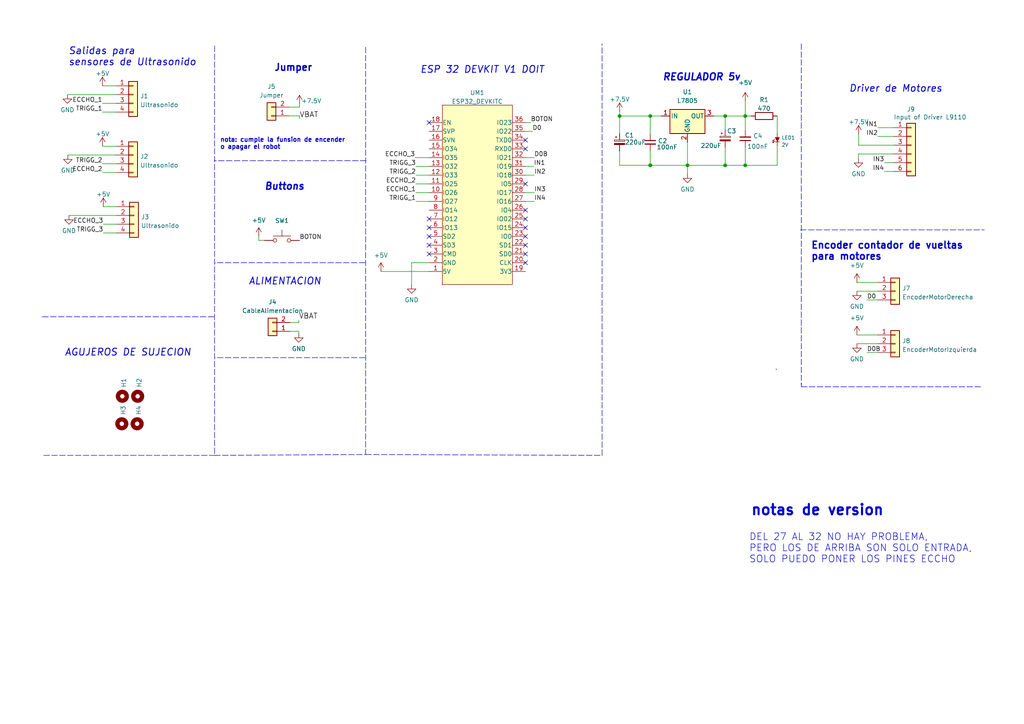
<source format=kicad_sch>
(kicad_sch (version 20211123) (generator eeschema)
  (paper "A4")
  (lib_symbols
    (symbol "Connector_Generic:Conn_01x02" (pin_names (offset 1.016) hide)
      (property "Reference" "J" (at 0 2.54 0))
      (property "Value" "Conn_01x02" (at 0 -5.08 0))
      (symbol "Conn_01x02_1_1"
        (rectangle (start -1.27 -2.413) (end 0 -2.667) (stroke (width 0.1524)))
        (rectangle (start -1.27 0.127) (end 0 -0.127) (stroke (width 0.1524)))
        (rectangle (start -1.27 1.27) (end 1.27 -3.81) (stroke (width 0.254)) (fill (type background)))
        (pin passive line (at -5.08 0 0) (length 3.81) (name "Pin_1") (number "1"))
        (pin passive line (at -5.08 -2.54 0) (length 3.81) (name "Pin_2") (number "2"))
      )
    )
    (symbol "Connector_Generic:Conn_01x03" (pin_names (offset 1.016) hide)
      (property "Reference" "J" (at 0 5.08 0))
      (property "Value" "Conn_01x03" (at 0 -5.08 0))
      (symbol "Conn_01x03_1_1"
        (rectangle (start -1.27 -2.413) (end 0 -2.667) (stroke (width 0.1524)))
        (rectangle (start -1.27 0.127) (end 0 -0.127) (stroke (width 0.1524)))
        (rectangle (start -1.27 2.667) (end 0 2.413) (stroke (width 0.1524)))
        (rectangle (start -1.27 3.81) (end 1.27 -3.81) (stroke (width 0.254)) (fill (type background)))
        (pin passive line (at -5.08 2.54 0) (length 3.81) (name "Pin_1") (number "1"))
        (pin passive line (at -5.08 0 0) (length 3.81) (name "Pin_2") (number "2"))
        (pin passive line (at -5.08 -2.54 0) (length 3.81) (name "Pin_3") (number "3"))
      )
    )
    (symbol "Connector_Generic:Conn_01x06" (pin_names (offset 1.016) hide)
      (property "Reference" "J" (at 0 7.62 0))
      (property "Value" "Conn_01x06" (at 0 -10.16 0))
      (symbol "Conn_01x06_1_1"
        (rectangle (start -1.27 -7.493) (end 0 -7.747) (stroke (width 0.1524)))
        (rectangle (start -1.27 -4.953) (end 0 -5.207) (stroke (width 0.1524)))
        (rectangle (start -1.27 -2.413) (end 0 -2.667) (stroke (width 0.1524)))
        (rectangle (start -1.27 0.127) (end 0 -0.127) (stroke (width 0.1524)))
        (rectangle (start -1.27 2.667) (end 0 2.413) (stroke (width 0.1524)))
        (rectangle (start -1.27 5.207) (end 0 4.953) (stroke (width 0.1524)))
        (rectangle (start -1.27 6.35) (end 1.27 -8.89) (stroke (width 0.254)) (fill (type background)))
        (pin passive line (at -5.08 5.08 0) (length 3.81) (name "Pin_1") (number "1"))
        (pin passive line (at -5.08 2.54 0) (length 3.81) (name "Pin_2") (number "2"))
        (pin passive line (at -5.08 0 0) (length 3.81) (name "Pin_3") (number "3"))
        (pin passive line (at -5.08 -2.54 0) (length 3.81) (name "Pin_4") (number "4"))
        (pin passive line (at -5.08 -5.08 0) (length 3.81) (name "Pin_5") (number "5"))
        (pin passive line (at -5.08 -7.62 0) (length 3.81) (name "Pin_6") (number "6"))
      )
    )
    (symbol "Device:C_Polarized_Small" (pin_numbers hide) (pin_names (offset 0.254) hide)
      (property "Reference" "C" (at 0.254 1.778 0))
      (property "Value" "C_Polarized_Small" (at 0.254 -2.032 0))
      (symbol "C_Polarized_Small_0_1"
        (rectangle (start -1.524 -0.3048) (end 1.524 -0.6858) (fill (type outline)))
        (rectangle (start -1.524 0.6858) (end 1.524 0.3048))
        (polyline (pts (xy -1.27 1.524) (xy -0.762 1.524)))
        (polyline (pts (xy -1.016 1.27) (xy -1.016 1.778)))
      )
      (symbol "C_Polarized_Small_1_1"
        (pin passive line (at 0 2.54 270) (length 1.8542) (name "~") (number "1"))
        (pin passive line (at 0 -2.54 90) (length 1.8542) (name "~") (number "2"))
      )
    )
    (symbol "Device:C_Small" (pin_numbers hide) (pin_names (offset 0.254) hide)
      (property "Reference" "C" (at 0.254 1.778 0))
      (property "Value" "C_Small" (at 0.254 -2.032 0))
      (symbol "C_Small_0_1"
        (polyline (pts (xy -1.524 -0.508) (xy 1.524 -0.508)) (stroke (width 0.3302)))
        (polyline (pts (xy -1.524 0.508) (xy 1.524 0.508)) (stroke (width 0.3048)))
      )
      (symbol "C_Small_1_1"
        (pin passive line (at 0 2.54 270) (length 2.032) (name "~") (number "1"))
        (pin passive line (at 0 -2.54 90) (length 2.032) (name "~") (number "2"))
      )
    )
    (symbol "Device:R" (pin_numbers hide) (pin_names (offset 0))
      (property "Reference" "R" (at 2.032 0 90))
      (property "Value" "R" (at 0 0 90))
      (symbol "R_0_1"
        (rectangle (start -1.016 -2.54) (end 1.016 2.54) (stroke (width 0.254)))
      )
      (symbol "R_1_1"
        (pin passive line (at 0 3.81 270) (length 1.27) (name "~") (number "1"))
        (pin passive line (at 0 -3.81 90) (length 1.27) (name "~") (number "2"))
      )
    )
    (symbol "EESTN522:SW_Push" (pin_numbers hide) (pin_names (offset 1.016) hide)
      (property "Reference" "SW" (at 1.27 2.54 0))
      (symbol "SW_Push_0_1"
        (circle (center -2.032 0) (radius 0.508))
        (polyline (pts (xy 0 1.27) (xy 0 3.048)))
        (polyline (pts (xy 2.54 1.27) (xy -2.54 1.27)))
        (circle (center 2.032 0) (radius 0.508))
        (pin passive line (at -5.08 0 0) (length 2.54) (name "1") (number "1"))
        (pin passive line (at 5.08 0 180) (length 2.54) (name "2") (number "2"))
      )
    )
    (symbol "EESTN5:Conn_01x04" (pin_names (offset 1.016) hide)
      (property "Reference" "J" (at 0 5.08 0))
      (property "Value" "Conn_01x04" (at 0 -7.62 0))
      (symbol "Conn_01x04_1_1"
        (rectangle (start -1.27 -4.953) (end 0 -5.207) (stroke (width 0.1524)))
        (rectangle (start -1.27 -2.413) (end 0 -2.667) (stroke (width 0.1524)))
        (rectangle (start -1.27 0.127) (end 0 -0.127) (stroke (width 0.1524)))
        (rectangle (start -1.27 2.667) (end 0 2.413) (stroke (width 0.1524)))
        (rectangle (start -1.27 3.81) (end 1.27 -6.35) (stroke (width 0.254)) (fill (type background)))
        (pin passive line (at -5.08 2.54 0) (length 3.81) (name "Pin_1") (number "1"))
        (pin passive line (at -5.08 0 0) (length 3.81) (name "Pin_2") (number "2"))
        (pin passive line (at -5.08 -2.54 0) (length 3.81) (name "Pin_3") (number "3"))
        (pin passive line (at -5.08 -5.08 0) (length 3.81) (name "Pin_4") (number "4"))
      )
    )
    (symbol "EESTN5:ESP32_DEVKITC" (pin_names (offset 0.0254))
      (property "Reference" "U" (at 0 25.4 0))
      (property "Value" "ESP32_DEVKITC" (at 0 -25.4 0))
      (symbol "ESP32_DEVKITC_0_1"
        (rectangle (start -10.16 27.94) (end 10.16 -24.13) (fill (type background)))
      )
      (symbol "ESP32_DEVKITC_1_1"
        (pin passive line (at -13.97 -20.32 0) (length 3.81) (name "5V") (number "1"))
        (pin passive line (at -13.97 2.54 0) (length 3.81) (name "IO26") (number "10"))
        (pin passive line (at -13.97 5.08 0) (length 3.81) (name "IO25") (number "11"))
        (pin passive line (at -13.97 7.62 0) (length 3.81) (name "IO33") (number "12"))
        (pin passive line (at -13.97 10.16 0) (length 3.81) (name "IO32") (number "13"))
        (pin passive line (at -13.97 12.7 0) (length 3.81) (name "IO35") (number "14"))
        (pin passive line (at -13.97 15.24 0) (length 3.81) (name "IO34") (number "15"))
        (pin passive line (at -13.97 17.78 0) (length 3.81) (name "SVN") (number "16"))
        (pin passive line (at -13.97 20.32 0) (length 3.81) (name "SVP") (number "17"))
        (pin passive line (at -13.97 22.86 0) (length 3.81) (name "EN") (number "18"))
        (pin passive line (at 13.97 -20.32 180) (length 3.81) (name "3V3") (number "19"))
        (pin passive line (at -13.97 -17.78 0) (length 3.81) (name "GND") (number "2"))
        (pin passive line (at 13.97 -17.78 180) (length 3.81) (name "CLK") (number "20"))
        (pin passive line (at 13.97 -15.24 180) (length 3.81) (name "SD0") (number "21"))
        (pin passive line (at 13.97 -12.7 180) (length 3.81) (name "SD1") (number "22"))
        (pin passive line (at 13.97 -10.16 180) (length 3.81) (name "IO0") (number "23"))
        (pin passive line (at 13.97 -7.62 180) (length 3.81) (name "IO15") (number "24"))
        (pin passive line (at 13.97 -5.08 180) (length 3.81) (name "IO02") (number "25"))
        (pin passive line (at 13.97 -2.54 180) (length 3.81) (name "IO4") (number "26"))
        (pin passive line (at 13.97 0 180) (length 3.81) (name "IO16") (number "27"))
        (pin passive line (at 13.97 2.54 180) (length 3.81) (name "IO17") (number "28"))
        (pin passive line (at 13.97 5.08 180) (length 3.81) (name "IO5") (number "29"))
        (pin passive line (at -13.97 -15.24 0) (length 3.81) (name "CMD") (number "3"))
        (pin passive line (at 13.97 7.62 180) (length 3.81) (name "IO18") (number "30"))
        (pin passive line (at 13.97 10.16 180) (length 3.81) (name "IO19") (number "31"))
        (pin passive line (at 13.97 12.7 180) (length 3.81) (name "IO21") (number "32"))
        (pin passive line (at 13.97 15.24 180) (length 3.81) (name "RXD0") (number "33"))
        (pin passive line (at 13.97 17.78 180) (length 3.81) (name "TXD0") (number "34"))
        (pin passive line (at 13.97 20.32 180) (length 3.81) (name "IO22") (number "35"))
        (pin passive line (at 13.97 22.86 180) (length 3.81) (name "IO23") (number "36"))
        (pin passive line (at -13.97 -12.7 0) (length 3.81) (name "SD3") (number "4"))
        (pin passive line (at -13.97 -10.16 0) (length 3.81) (name "SD2") (number "5"))
        (pin passive line (at -13.97 -7.62 0) (length 3.81) (name "IO13") (number "6"))
        (pin passive line (at -13.97 -5.08 0) (length 3.81) (name "IO12") (number "7"))
        (pin passive line (at -13.97 -2.54 0) (length 3.81) (name "IO14") (number "8"))
        (pin passive line (at -13.97 0 0) (length 3.81) (name "IO27") (number "9"))
      )
    )
    (symbol "EESTN5:LED" (pin_numbers hide) (pin_names (offset 1.016) hide)
      (property "Reference" "LED" (at 0 2.54 0))
      (property "Value" "LED" (at 0 -2.54 0))
      (symbol "LED_0_1"
        (polyline (pts (xy 0.508 -0.762) (xy 1.016 -1.27) (xy 1.016 -1.27)))
        (polyline (pts (xy 1.016 -0.762) (xy 1.524 -1.27) (xy 1.524 -1.27)))
        (polyline (pts (xy 1.27 -0.635) (xy 1.27 0.635) (xy 1.27 0.635)))
        (polyline (pts (xy 1.27 0) (xy 0 0.635) (xy 0 -0.635) (xy 0 -0.635)) (fill (type outline)))
        (polyline (pts (xy 1.524 -1.27) (xy 1.27 -1.27) (xy 1.524 -1.016) (xy 1.524 -1.27) (xy 1.524 -1.27)) (fill (type outline)))
        (polyline (pts (xy 1.016 -1.27) (xy 0.762 -1.27) (xy 1.016 -1.016) (xy 1.016 -1.27) (xy 1.016 -1.27) (xy 1.016 -1.27)) (fill (type outline)))
      )
      (symbol "LED_1_1"
        (pin passive line (at -1.27 0 0) (length 1.27) (name "A") (number "1"))
        (pin passive line (at 2.54 0 180) (length 1.27) (name "K") (number "2"))
      )
    )
    (symbol "EESTN5:Mounting_Hole" (pin_names (offset 1.016))
      (property "Reference" "H" (at 0 5.08 0))
      (symbol "Mounting_Hole_0_1"
        (circle (center 0 0) (radius 1.27) (stroke (width 1.27)))
      )
    )
    (symbol "Regulator_Linear:L7805" (pin_names (offset 0.254))
      (property "Reference" "U" (at -3.81 3.175 0))
      (property "Value" "L7805" (at 0 3.175 0))
      (symbol "L7805_0_1"
        (rectangle (start -5.08 1.905) (end 5.08 -5.08) (stroke (width 0.254)) (fill (type background)))
      )
      (symbol "L7805_1_1"
        (pin power_in line (at -7.62 0 0) (length 2.54) (name "IN") (number "1"))
        (pin power_in line (at 0 -7.62 90) (length 2.54) (name "GND") (number "2"))
        (pin power_out line (at 7.62 0 180) (length 2.54) (name "OUT") (number "3"))
      )
    )
    (symbol "power:+5V" (power) (pin_names (offset 0))
      (property "Value" "+5V" (at 0 3.556 0))
      (symbol "+5V_0_1"
        (polyline (pts (xy -0.762 1.27) (xy 0 2.54)))
        (polyline (pts (xy 0 0) (xy 0 2.54)))
        (polyline (pts (xy 0 2.54) (xy 0.762 1.27)))
      )
      (symbol "+5V_1_1"
        (pin power_in line (at 0 0 90) (length 0) hide (name "+5V") (number "1"))
      )
    )
    (symbol "power:+7.5V" (power) (pin_names (offset 0))
      (property "Value" "+7.5V" (at 0 3.556 0))
      (symbol "+7.5V_0_1"
        (polyline (pts (xy -0.762 1.27) (xy 0 2.54)))
        (polyline (pts (xy 0 0) (xy 0 2.54)))
        (polyline (pts (xy 0 2.54) (xy 0.762 1.27)))
      )
      (symbol "+7.5V_1_1"
        (pin power_in line (at 0 0 90) (length 0) hide (name "+7.5V") (number "1"))
      )
    )
    (symbol "power:GND" (power) (pin_names (offset 0))
      (property "Value" "GND" (at 0 -3.81 0))
      (symbol "GND_0_1"
        (polyline (pts (xy 0 0) (xy 0 -1.27) (xy 1.27 -1.27) (xy 0 -2.54) (xy -1.27 -1.27) (xy 0 -1.27)))
      )
      (symbol "GND_1_1"
        (pin power_in line (at 0 0 270) (length 0) hide (name "GND") (number "1"))
      )
    )
  )
  (junction (at 179.705 33.655))
  (junction (at 210.3374 47.9552))
  (junction (at 188.595 47.9298))
  (junction (at 216.154 47.9552))
  (junction (at 216.154 33.655))
  (junction (at 188.595 33.655))
  (junction (at 188.595 47.9552))
  (junction (at 199.39 47.9552))
  (junction (at 210.3374 33.655))
  (no_connect (at 124.46 73.66))
  (no_connect (at 152.4 68.58))
  (no_connect (at 152.4 43.18))
  (no_connect (at 152.4 40.64))
  (no_connect (at 124.46 63.5))
  (no_connect (at 124.46 35.56))
  (no_connect (at 152.4 63.5))
  (no_connect (at 152.4 66.04))
  (no_connect (at 124.46 68.58))
  (no_connect (at 152.4 60.96))
  (no_connect (at 152.4 73.66))
  (no_connect (at 152.4 71.12))
  (no_connect (at 124.46 71.12))
  (no_connect (at 152.4 76.2))
  (no_connect (at 124.46 66.04))
  (no_connect (at 152.4 53.34))
  (polyline (pts (xy 106.172 46.609) (xy 62.23 46.609)))
  (wire (pts (xy 110.49 78.74) (xy 124.46 78.74)))
  (wire (pts (xy 152.4 35.56) (xy 153.924 35.56)))
  (wire (pts (xy 251.46 86.995) (xy 254.5588 86.995)))
  (wire (pts (xy 210.3374 33.655) (xy 216.154 33.655)))
  (wire (pts (xy 210.3374 33.655) (xy 210.3374 37.6682)))
  (wire (pts (xy 152.4 55.88) (xy 154.94 55.88)))
  (wire (pts (xy 152.4 50.8) (xy 154.94 50.8)))
  (wire (pts (xy 120.65 55.88) (xy 124.46 55.88)))
  (wire (pts (xy 251.46 102.235) (xy 254.5588 102.235)))
  (wire (pts (xy 152.4 45.72) (xy 154.94 45.72)))
  (polyline (pts (xy 62.4586 76.2) (xy 62.4586 76.2762)))
  (wire (pts (xy 179.705 33.655) (xy 188.595 33.655)))
  (polyline (pts (xy 62.23 46.609) (xy 62.23 46.482)))
  (polyline (pts (xy 62.23 132.08) (xy 106.045 131.826)))
  (wire (pts (xy 120.65 58.42) (xy 124.46 58.42)))
  (wire (pts (xy 33.528 27.432) (xy 19.558 27.432)))
  (wire (pts (xy 29.718 24.892) (xy 33.528 24.892)))
  (wire (pts (xy 29.972 65.024) (xy 33.782 65.024)))
  (wire (pts (xy 248.9962 44.6532) (xy 259.1816 44.6532)))
  (wire (pts (xy 216.154 42.799) (xy 216.154 47.9552)))
  (polyline (pts (xy 106.045 131.826) (xy 174.625 132.08)))
  (wire (pts (xy 256.4892 47.1932) (xy 259.1816 47.1932)))
  (wire (pts (xy 188.595 33.655) (xy 188.595 38.735)))
  (polyline (pts (xy 232.4354 112.1918) (xy 284.8356 112.1918)))
  (polyline (pts (xy 62.5094 103.7336) (xy 62.5094 103.759)))
  (wire (pts (xy 188.595 47.9552) (xy 199.39 47.9552)))
  (wire (pts (xy 248.9962 44.6532) (xy 248.9962 45.9994)))
  (wire (pts (xy 29.718 32.512) (xy 33.528 32.512)))
  (wire (pts (xy 119.38 76.2) (xy 124.46 76.2)))
  (wire (pts (xy 86.868 33.6042) (xy 86.868 34.4932)))
  (wire (pts (xy 120.65 48.26) (xy 124.46 48.26)))
  (wire (pts (xy 216.154 33.655) (xy 216.154 37.719)))
  (polyline (pts (xy 174.625 132.08) (xy 174.625 12.7)))
  (wire (pts (xy 216.154 33.655) (xy 217.805 33.655)))
  (polyline (pts (xy 106.045 13.716) (xy 106.045 131.826)))
  (wire (pts (xy 29.972 59.944) (xy 33.782 59.944)))
  (wire (pts (xy 84.1248 93.5482) (xy 86.6648 93.5482)))
  (wire (pts (xy 179.705 43.815) (xy 179.705 47.9298)))
  (wire (pts (xy 256.4638 49.7332) (xy 259.1816 49.7332)))
  (wire (pts (xy 19.685 44.958) (xy 33.528 44.958)))
  (wire (pts (xy 188.595 33.655) (xy 191.77 33.655)))
  (wire (pts (xy 75.057 68.58) (xy 75.057 69.723)))
  (wire (pts (xy 216.154 29.3624) (xy 216.154 33.655)))
  (wire (pts (xy 188.595 43.815) (xy 188.595 47.9298)))
  (wire (pts (xy 248.539 84.455) (xy 254.5588 84.455)))
  (polyline (pts (xy 62.23 13.335) (xy 62.23 132.08)))
  (wire (pts (xy 188.595 47.9298) (xy 188.595 47.9552)))
  (wire (pts (xy 248.539 97.155) (xy 254.5588 97.155)))
  (wire (pts (xy 29.718 47.498) (xy 33.528 47.498)))
  (wire (pts (xy 29.972 67.564) (xy 33.782 67.564)))
  (wire (pts (xy 179.705 38.735) (xy 179.705 33.655)))
  (polyline (pts (xy 232.4354 111.1504) (xy 232.4354 112.1918)))
  (polyline (pts (xy 232.41 12.7) (xy 232.41 111.76)))
  (wire (pts (xy 249.0216 38.9382) (xy 249.0216 42.1132)))
  (wire (pts (xy 84.1248 96.0882) (xy 86.6648 96.0882)))
  (wire (pts (xy 179.705 32.385) (xy 179.705 33.655)))
  (wire (pts (xy 120.396 45.72) (xy 124.46 45.72)))
  (wire (pts (xy 216.154 47.9552) (xy 225.425 47.9552)))
  (wire (pts (xy 29.718 50.038) (xy 33.528 50.038)))
  (wire (pts (xy 199.39 41.275) (xy 199.39 47.9552)))
  (wire (pts (xy 86.6648 96.0882) (xy 86.6648 96.7232)))
  (wire (pts (xy 119.38 76.2) (xy 119.38 82.55)))
  (wire (pts (xy 29.718 42.418) (xy 33.528 42.418)))
  (wire (pts (xy 179.705 47.9298) (xy 188.595 47.9298)))
  (wire (pts (xy 249.0216 42.1132) (xy 259.1816 42.1132)))
  (wire (pts (xy 259.1816 37.0332) (xy 254.6096 37.0332)))
  (wire (pts (xy 152.4 58.42) (xy 154.94 58.42)))
  (wire (pts (xy 120.65 50.8) (xy 124.46 50.8)))
  (wire (pts (xy 152.4 38.1) (xy 154.432 38.1)))
  (wire (pts (xy 207.01 33.655) (xy 210.3374 33.655)))
  (polyline (pts (xy 12.7 132.08) (xy 62.23 132.08)))
  (wire (pts (xy 20.0152 62.484) (xy 33.782 62.484)))
  (polyline (pts (xy 12.192 91.8718) (xy 12.192 91.8972)))
  (wire (pts (xy 83.82 31.0642) (xy 86.868 31.0642)))
  (polyline (pts (xy 232.156 66.675) (xy 285.496 66.675)))
  (wire (pts (xy 120.65 53.34) (xy 124.46 53.34)))
  (wire (pts (xy 75.057 69.723) (xy 76.708 69.723)))
  (polyline (pts (xy 105.8672 103.7336) (xy 62.5094 103.7336)))
  (wire (pts (xy 152.4 48.26) (xy 154.813 48.26)))
  (wire (pts (xy 225.425 33.655) (xy 225.425 38.608)))
  (wire (pts (xy 83.82 33.6042) (xy 86.868 33.6042)))
  (polyline (pts (xy 105.8672 76.2) (xy 62.4586 76.2)))
  (wire (pts (xy 225.425 42.418) (xy 225.425 47.9552)))
  (polyline (pts (xy 225.1456 107.0102) (xy 225.1456 107.2388)))
  (wire (pts (xy 210.3374 47.9552) (xy 216.154 47.9552)))
  (wire (pts (xy 199.39 50.4698) (xy 199.39 47.9552)))
  (wire (pts (xy 29.718 29.972) (xy 33.528 29.972)))
  (wire (pts (xy 259.1816 39.5732) (xy 254.6096 39.5732)))
  (polyline (pts (xy 62.0268 91.8718) (xy 12.192 91.8718)))
  (wire (pts (xy 86.868 30.1752) (xy 86.868 31.0642)))
  (wire (pts (xy 199.39 47.9552) (xy 210.3374 47.9552)))
  (wire (pts (xy 248.539 81.915) (xy 254.5588 81.915)))
  (wire (pts (xy 86.6648 93.5482) (xy 86.6648 92.9132)))
  (wire (pts (xy 248.539 99.695) (xy 254.5588 99.695)))
  (wire (pts (xy 210.3374 42.7482) (xy 210.3374 47.9552)))
  (text "nota: cumple la funsion de encender \no apagar el robot\n" (at 63.8048 43.4848 0) (effects (font (size 1.27 1.27) bold) (justify left bottom)))
  (text "Buttons" (at 76.6064 55.372 0) (effects (font (size 2 2) (thickness 0.4) bold italic) (justify left bottom)))
  (text "Encoder contador de vueltas \npara motores" (at 235.1532 75.692 0) (effects (font (size 2 2) (thickness 0.4) bold) (justify left bottom)))
  (text "Jumper\n" (at 79.4258 20.9042 0) (effects (font (size 2 2) bold) (justify left bottom)))
  (text "AGUJEROS DE SUJECION" (at 18.7198 103.505 0) (effects (font (size 2 2) (thickness 0.254) bold italic) (justify left bottom)))
  (text "Driver de Motores\n" (at 246.2022 26.9748 0) (effects (font (size 2 2) (thickness 0.254) bold italic) (justify left bottom)))
  (text "notas de version\n" (at 217.6272 149.8092 0) (effects (font (size 3 3) (thickness 0.6) bold) (justify left bottom)))
  (text "ALIMENTACION\n" (at 72.0598 82.8802 0) (effects (font (size 2 2) (thickness 0.254) bold italic) (justify left bottom)))
  (text "Salidas para\nsensores de Ultrasonido\n" (at 19.812 19.304 0) (effects (font (size 2 2) (thickness 0.254) bold italic) (justify left bottom)))
  (text "DEL 27 AL 32 NO HAY PROBLEMA, \nPERO LOS DE ARRIBA SON SOLO ENTRADA, \nSOLO PUEDO PONER LOS PINES ECCHO\n" (at 217.2716 163.4744 0) (effects (font (size 2 2)) (justify left bottom)))
  (text "REGULADOR 5v\n" (at 192.0748 23.6728 0) (effects (font (size 2 2) (thickness 0.4) bold italic) (justify left bottom)))
  (text "ESP 32 DEVKIT V1 DOIT" (at 121.8184 21.4884 0) (effects (font (size 2 2) (thickness 0.254) bold italic) (justify left bottom)))
  (label "TRIGG_1" (at 29.718 32.512 180))
  (label "TRIGG_1" (at 120.65 58.42 180))
  (label "ECCHO_3" (at 120.396 45.72 180))
  (label "ECCHO_3" (at 29.972 65.024 180))
  (label "D0B" (at 251.46 102.235 0))
  (label "TRIGG_3" (at 29.972 67.564 180))
  (label "TRIGG_2" (at 29.718 47.498 180))
  (label "IN3" (at 154.94 55.88 0))
  (label "ECCHO_1" (at 120.65 55.88 180))
  (label "VBAT" (at 86.868 34.4932 0) (effects (font (size 1.524 1.524))))
  (label "IN4" (at 154.94 58.42 0))
  (label "ECCHO_1" (at 29.718 29.972 180))
  (label "IN2" (at 254.6096 39.5732 180))
  (label "BOTON" (at 86.868 69.723 0))
  (label "VBAT" (at 86.6648 92.9132 0) (effects (font (size 1.524 1.524))))
  (label "BOTON" (at 153.924 35.56 0))
  (label "IN4" (at 256.4638 49.7332 180))
  (label "ECCHO_2" (at 120.65 53.34 180))
  (label "TRIGG_3" (at 120.65 48.26 180))
  (label "IN1" (at 154.813 48.26 0))
  (label "ECCHO_2" (at 29.718 50.038 180))
  (label "TRIGG_2" (at 120.65 50.8 180))
  (label "IN3" (at 256.4892 47.1932 180))
  (label "D0B" (at 154.94 45.72 0))
  (label "D0" (at 251.46 86.995 0))
  (label "D0" (at 154.432 38.1 0))
  (label "IN2" (at 154.94 50.8 0))
  (label "IN1" (at 254.6096 37.0332 180))
  (symbol (lib_id "power:+5V") (at 216.154 29.3624 0) (unit 1)
    (property "Reference" "#PWR0106" (effects hide))
    (property "Value" "+5V" (at 216.154 24.003 0))
  )
  (symbol (lib_id "power:GND") (at 19.558 27.432 0) (unit 1)
    (property "Reference" "#PWR0120" (effects hide))
    (property "Value" "GND" (at 19.558 31.8754 0))
  )
  (symbol (lib_id "Connector_Generic:Conn_01x06") (at 264.2616 42.1132 0) (unit 1)
    (property "Reference" "J9" (at 262.9916 31.6992 0) (effects (justify left)))
    (property "Value" "Input of Driver L9110" (at 259.1816 33.9821 0) (effects (justify left)))
    (property "Footprint" "Connector_JST:JST_EH_B6B-EH-A_1x06_P2.50mm_Vertical" (effects hide))
  )
  (symbol (lib_id "EESTN5:Conn_01x04") (at 38.608 27.432 0) (unit 1)
    (property "Reference" "J1" (at 40.64 27.8673 0) (effects (justify left)))
    (property "Value" "Ultrasonido" (at 40.64 30.4042 0) (effects (justify left)))
    (property "Footprint" "Connector_JST:JST_EH_B4B-EH-A_1x04_P2.50mm_Vertical" (effects hide))
  )
  (symbol (lib_id "Regulator_Linear:L7805") (at 199.39 33.655 0) (unit 1)
    (property "Reference" "U1" (at 199.39 26.67 0))
    (property "Value" "L7805" (at 199.39 29.21 0))
    (property "Footprint" "EESTN5:to220" (effects hide))
    (property "Datasheet" "http://www.st.com/content/ccc/resource/technical/document/datasheet/41/4f/b3/b0/12/d4/47/88/CD00000444.pdf/files/CD00000444.pdf/jcr:content/translations/en.CD00000444.pdf" (effects hide))
  )
  (symbol (lib_id "EESTN5:Conn_01x04") (at 38.608 44.958 0) (unit 1)
    (property "Reference" "J2" (at 40.64 45.3933 0) (effects (justify left)))
    (property "Value" "Ultrasonido" (at 40.64 47.9302 0) (effects (justify left)))
    (property "Footprint" "Connector_JST:JST_EH_B4B-EH-A_1x04_P2.50mm_Vertical" (effects hide))
  )
  (symbol (lib_id "EESTN5:Mounting_Hole") (at 39.9288 114.935 90) (unit 1)
    (property "Reference" "H2" (at 40.3626 112.395 0) (effects (justify left)))
    (property "Value" "Mounting_Hole" (effects hide))
    (property "Footprint" "EESTN5:hole_3mm" (effects hide))
  )
  (symbol (lib_id "power:GND") (at 86.6648 96.7232 0) (unit 1)
    (property "Reference" "#PWR0108" (effects hide))
    (property "Value" "GND" (at 86.6648 101.1666 0))
  )
  (symbol (lib_id "EESTN5:Mounting_Hole") (at 35.3314 122.9106 90) (unit 1)
    (property "Reference" "H3" (at 35.7652 120.3706 0) (effects (justify left)))
    (property "Value" "Mounting_Hole" (effects hide))
    (property "Footprint" "EESTN5:hole_3mm" (effects hide))
  )
  (symbol (lib_id "power:+5V") (at 248.539 81.915 0) (unit 1)
    (property "Reference" "#PWR0109" (effects hide))
    (property "Value" "+5V" (at 248.539 76.9874 0))
  )
  (symbol (lib_id "EESTN5:Mounting_Hole") (at 39.7764 122.9106 90) (unit 1)
    (property "Reference" "H4" (at 40.2102 120.3706 0) (effects (justify left)))
    (property "Value" "Mounting_Hole" (effects hide))
    (property "Footprint" "EESTN5:hole_3mm" (effects hide))
  )
  (symbol (lib_id "Device:C_Small") (at 188.595 41.275 0) (unit 1)
    (property "Reference" "C2" (at 190.8302 40.8686 0) (effects (justify left)))
    (property "Value" "100nF" (at 190.4492 42.672 0) (effects (justify left)))
    (property "Footprint" "Capacitor_SMD:C_1206_3216Metric" (effects hide))
  )
  (symbol (lib_id "power:GND") (at 248.539 84.455 0) (unit 1)
    (property "Reference" "#PWR0113" (effects hide))
    (property "Value" "GND" (at 248.539 88.8984 0))
  )
  (symbol (lib_id "power:+5V") (at 29.718 42.418 0) (unit 1)
    (property "Reference" "#PWR0117" (effects hide))
    (property "Value" "+5V" (at 29.718 38.8422 0))
  )
  (symbol (lib_id "power:GND") (at 199.39 50.4698 0) (unit 1)
    (property "Reference" "#PWR0105" (effects hide))
    (property "Value" "GND" (at 199.39 54.9132 0))
  )
  (symbol (lib_id "Connector_Generic:Conn_01x03") (at 259.6388 84.455 0) (unit 1)
    (property "Reference" "J7" (at 261.6708 83.6203 0) (effects (justify left)))
    (property "Value" "EncoderMotorDerecha" (at 261.6708 86.1572 0) (effects (justify left)))
    (property "Footprint" "Connector_JST:JST_EH_B3B-EH-A_1x03_P2.50mm_Vertical" (effects hide))
  )
  (symbol (lib_id "EESTN5:Mounting_Hole") (at 35.4838 114.935 90) (unit 1)
    (property "Reference" "H1" (at 35.9176 112.395 0) (effects (justify left)))
    (property "Value" "Mounting_Hole" (effects hide))
    (property "Footprint" "EESTN5:hole_3mm" (effects hide))
  )
  (symbol (lib_id "EESTN5:ESP32_DEVKITC") (at 138.43 58.42 0) (unit 1)
    (property "Reference" "UM1" (at 138.43 26.9072 0))
    (property "Value" "ESP32_DEVKITC" (at 138.43 29.4441 0))
    (property "Footprint" "EESTN5:ESP32_DEVKITC" (effects hide))
  )
  (symbol (lib_id "power:+5V") (at 29.718 24.892 0) (unit 1)
    (property "Reference" "#PWR0116" (effects hide))
    (property "Value" "+5V" (at 29.718 21.3162 0))
  )
  (symbol (lib_id "power:+5V") (at 75.057 68.58 0) (unit 1)
    (property "Reference" "#PWR0102" (effects hide))
    (property "Value" "+5V" (at 75.057 63.9064 0))
  )
  (symbol (lib_id "Device:C_Polarized_Small") (at 210.3374 40.2082 0) (unit 1)
    (property "Reference" "C3" (at 210.8454 37.9984 0) (effects (justify left)))
    (property "Value" "220uF" (at 203.1746 42.2402 0) (effects (justify left)))
    (property "Footprint" "EESTN5:CAP_ELEC_5x11mm" (effects hide))
  )
  (symbol (lib_id "Device:C_Polarized_Small") (at 179.705 41.275 0) (unit 1)
    (property "Reference" "C1" (at 181.229 39.243 0) (effects (justify left)))
    (property "Value" "220uF" (at 181.229 41.275 0) (effects (justify left)))
    (property "Footprint" "EESTN5:CAP_ELEC_5x11mm" (effects hide))
  )
  (symbol (lib_id "power:GND") (at 19.685 44.958 0) (unit 1)
    (property "Reference" "#PWR0118" (effects hide))
    (property "Value" "GND" (at 19.685 49.4014 0))
  )
  (symbol (lib_id "power:GND") (at 248.9962 45.9994 0) (unit 1)
    (property "Reference" "#PWR0114" (effects hide))
    (property "Value" "GND" (at 248.9962 50.4428 0))
  )
  (symbol (lib_id "power:+5V") (at 29.972 59.944 0) (unit 1)
    (property "Reference" "#PWR0119" (effects hide))
    (property "Value" "+5V" (at 29.972 56.3682 0))
  )
  (symbol (lib_id "power:GND") (at 119.38 82.55 0) (unit 1)
    (property "Reference" "#PWR0104" (effects hide))
    (property "Value" "GND" (at 119.38 86.9934 0))
  )
  (symbol (lib_id "EESTN5:Conn_01x04") (at 38.862 62.484 0) (unit 1)
    (property "Reference" "J3" (at 40.894 62.9193 0) (effects (justify left)))
    (property "Value" "Ultrasonido" (at 40.894 65.4562 0) (effects (justify left)))
    (property "Footprint" "Connector_JST:JST_EH_B4B-EH-A_1x04_P2.50mm_Vertical" (effects hide))
  )
  (symbol (lib_id "power:+7.5V") (at 86.868 30.1752 0) (unit 1)
    (property "Reference" "#PWR0107" (effects hide))
    (property "Value" "+7.5V" (at 90.3224 29.2608 0))
  )
  (symbol (lib_id "Connector_Generic:Conn_01x02") (at 79.0448 96.0882 180) (unit 1)
    (property "Reference" "J4" (at 79.0448 87.5792 0))
    (property "Value" "CableAlimentacion" (at 79.0448 90.1192 0))
    (property "Footprint" "Connector_JST:JST_EH_B2B-EH-A_1x02_P2.50mm_Vertical" (effects hide))
  )
  (symbol (lib_id "Connector_Generic:Conn_01x02") (at 78.74 33.6042 180) (unit 1)
    (property "Reference" "J5" (at 78.74 25.0952 0))
    (property "Value" "Jumper" (at 78.74 27.6352 0))
    (property "Footprint" "EESTN5:Jumper" (effects hide))
  )
  (symbol (lib_id "Device:R") (at 221.615 33.655 270) (unit 1)
    (property "Reference" "R1" (at 221.615 28.9392 90))
    (property "Value" "470" (at 221.615 31.4761 90))
    (property "Footprint" "EESTN5:R_1206" (effects hide))
  )
  (symbol (lib_id "Connector_Generic:Conn_01x03") (at 259.6388 99.695 0) (unit 1)
    (property "Reference" "J8" (at 261.6708 98.8603 0) (effects (justify left)))
    (property "Value" "EncoderMotorIzquierda" (at 261.6708 101.3972 0) (effects (justify left)))
    (property "Footprint" "Connector_JST:JST_EH_B3B-EH-A_1x03_P2.50mm_Vertical" (effects hide))
  )
  (symbol (lib_id "power:GND") (at 20.0152 62.484 0) (unit 1)
    (property "Reference" "#PWR0115" (effects hide))
    (property "Value" "GND" (at 20.0152 66.9274 0))
  )
  (symbol (lib_id "power:GND") (at 248.539 99.695 0) (unit 1)
    (property "Reference" "#PWR0112" (effects hide))
    (property "Value" "GND" (at 248.539 104.1384 0))
  )
  (symbol (lib_id "power:+7.5V") (at 249.0216 38.9382 0) (unit 1)
    (property "Reference" "#PWR0110" (effects hide))
    (property "Value" "+7.5V" (at 249.0216 35.3624 0))
  )
  (symbol (lib_id "EESTN5:LED") (at 225.425 39.878 270) (unit 1)
    (property "Reference" "LED1" (at 226.695 39.9469 90) (effects (font (size 1.016 1.016)) (justify left)))
    (property "Value" "2V" (at 226.695 42.0273 90) (effects (font (size 1.016 1.016)) (justify left)))
    (property "Footprint" "EESTN5:led_3mm_red" (effects hide))
  )
  (symbol (lib_id "EESTN522:SW_Push") (at 81.788 69.723 0) (unit 1)
    (property "Reference" "SW1" (at 81.788 64.008 0))
    (property "Value" "SW_Push" (effects hide))
    (property "Footprint" "Button_Switch_THT:SW_PUSH_6mm_H4.3mm" (effects hide))
  )
  (symbol (lib_id "power:+7.5V") (at 179.705 32.385 0) (unit 1)
    (property "Reference" "#PWR0101" (effects hide))
    (property "Value" "+7.5V" (at 179.705 28.8092 0))
  )
  (symbol (lib_id "power:+5V") (at 248.539 97.155 0) (unit 1)
    (property "Reference" "#PWR0111" (effects hide))
    (property "Value" "+5V" (at 248.539 92.2274 0))
  )
  (symbol (lib_id "Device:C_Small") (at 216.154 40.259 180) (unit 1)
    (property "Reference" "C4" (at 218.4781 39.4179 0) (effects (justify right)))
    (property "Value" "100nF" (at 216.7128 42.4942 0) (effects (justify right)))
    (property "Footprint" "Capacitor_SMD:C_1206_3216Metric" (effects hide))
  )
  (symbol (lib_id "power:+5V") (at 110.49 78.74 0) (unit 1)
    (property "Reference" "#PWR0103" (effects hide))
    (property "Value" "+5V" (at 110.49 74.0664 0))
  )
)
</source>
